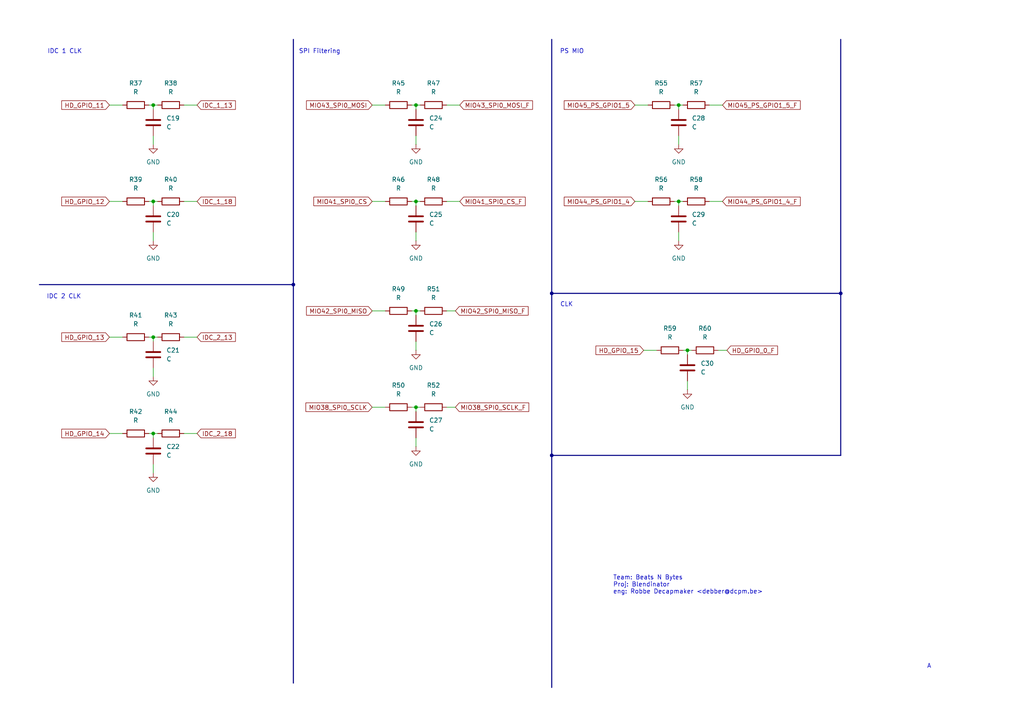
<source format=kicad_sch>
(kicad_sch (version 20231120) (generator "eeschema") (generator_version "8.0")
  (paper "A4")
  (lib_symbols
    (symbol "Device:C" (pin_numbers hide) (pin_names (offset 0.254))
      (property "Reference" "C" (at 0.635 2.54 0))
      (property "Value" "C" (at 0.635 -2.54 0))
      (symbol "C_0_1"
        (polyline (pts (xy -2.032 -0.762) (xy 2.032 -0.762)) (stroke (width 0.508)))
        (polyline (pts (xy -2.032 0.762) (xy 2.032 0.762)) (stroke (width 0.508)))
      )
      (symbol "C_1_1"
        (pin passive line (at 0 3.81 270) (length 2.794) (name "~") (number "1"))
        (pin passive line (at 0 -3.81 90) (length 2.794) (name "~") (number "2"))
      )
    )
    (symbol "Device:R" (pin_numbers hide) (pin_names (offset 0))
      (property "Reference" "R" (at 2.032 0 90))
      (property "Value" "R" (at 0 0 90))
      (symbol "R_0_1"
        (rectangle (start -1.016 -2.54) (end 1.016 2.54) (stroke (width 0.254)))
      )
      (symbol "R_1_1"
        (pin passive line (at 0 3.81 270) (length 1.27) (name "~") (number "1"))
        (pin passive line (at 0 -3.81 90) (length 1.27) (name "~") (number "2"))
      )
    )
    (symbol "power:GND" (power) (pin_numbers hide) (pin_names (offset 0) hide)
      (property "Value" "GND" (at 0 -3.81 0))
      (symbol "GND_0_1"
        (polyline (pts (xy 0 0) (xy 0 -1.27) (xy 1.27 -1.27) (xy 0 -2.54) (xy -1.27 -1.27) (xy 0 -1.27)))
      )
      (symbol "GND_1_1"
        (pin power_in line (at 0 0 270) (length 0) (name "~") (number "1"))
      )
    )
  )
  (junction (at 44.45 30.48))
  (junction (at 160.02 85.09))
  (junction (at 196.85 58.42))
  (junction (at 120.65 118.11))
  (junction (at 120.65 30.48))
  (junction (at 243.84 85.09))
  (junction (at 120.65 90.17))
  (junction (at 44.45 125.73))
  (junction (at 120.65 58.42))
  (junction (at 85.09 82.55))
  (junction (at 196.85 30.48))
  (junction (at 199.39 101.6))
  (junction (at 44.45 58.42))
  (junction (at 160.02 132.08))
  (junction (at 44.45 97.79))
  (wire (pts (xy 44.45 134.62) (xy 44.45 137.16)))
  (wire (pts (xy 196.85 30.48) (xy 196.85 31.75)))
  (wire (pts (xy 195.58 58.42) (xy 196.85 58.42)))
  (bus (pts (xy 243.84 11.43) (xy 243.84 85.09)))
  (wire (pts (xy 129.54 90.17) (xy 132.08 90.17)))
  (wire (pts (xy 107.95 118.11) (xy 111.76 118.11)))
  (wire (pts (xy 184.15 58.42) (xy 187.96 58.42)))
  (wire (pts (xy 196.85 30.48) (xy 198.12 30.48)))
  (wire (pts (xy 208.28 101.6) (xy 210.82 101.6)))
  (wire (pts (xy 43.18 97.79) (xy 44.45 97.79)))
  (bus (pts (xy 160.02 132.08) (xy 160.02 199.39)))
  (bus (pts (xy 85.09 82.55) (xy 85.09 198.12)))
  (wire (pts (xy 44.45 67.31) (xy 44.45 69.85)))
  (wire (pts (xy 44.45 97.79) (xy 44.45 99.06)))
  (wire (pts (xy 120.65 90.17) (xy 120.65 91.44)))
  (wire (pts (xy 196.85 39.37) (xy 196.85 41.91)))
  (wire (pts (xy 44.45 58.42) (xy 45.72 58.42)))
  (wire (pts (xy 205.74 58.42) (xy 209.55 58.42)))
  (wire (pts (xy 120.65 39.37) (xy 120.65 41.91)))
  (wire (pts (xy 43.18 125.73) (xy 44.45 125.73)))
  (wire (pts (xy 196.85 67.31) (xy 196.85 69.85)))
  (wire (pts (xy 31.75 125.73) (xy 35.56 125.73)))
  (wire (pts (xy 107.95 30.48) (xy 111.76 30.48)))
  (wire (pts (xy 43.18 30.48) (xy 44.45 30.48)))
  (wire (pts (xy 53.34 125.73) (xy 57.15 125.73)))
  (wire (pts (xy 119.38 118.11) (xy 120.65 118.11)))
  (wire (pts (xy 129.54 58.42) (xy 133.35 58.42)))
  (wire (pts (xy 44.45 97.79) (xy 45.72 97.79)))
  (wire (pts (xy 120.65 90.17) (xy 121.92 90.17)))
  (bus (pts (xy 243.84 85.09) (xy 243.84 132.08)))
  (bus (pts (xy 160.02 85.09) (xy 243.84 85.09)))
  (wire (pts (xy 31.75 97.79) (xy 35.56 97.79)))
  (wire (pts (xy 129.54 118.11) (xy 132.08 118.11)))
  (wire (pts (xy 120.65 58.42) (xy 121.92 58.42)))
  (wire (pts (xy 44.45 30.48) (xy 44.45 31.75)))
  (wire (pts (xy 53.34 97.79) (xy 57.15 97.79)))
  (bus (pts (xy 11.43 82.55) (xy 85.09 82.55)))
  (wire (pts (xy 31.75 58.42) (xy 35.56 58.42)))
  (bus (pts (xy 160.02 85.09) (xy 160.02 132.08)))
  (wire (pts (xy 196.85 58.42) (xy 198.12 58.42)))
  (wire (pts (xy 120.65 67.31) (xy 120.65 69.85)))
  (wire (pts (xy 119.38 58.42) (xy 120.65 58.42)))
  (wire (pts (xy 44.45 125.73) (xy 45.72 125.73)))
  (wire (pts (xy 198.12 101.6) (xy 199.39 101.6)))
  (wire (pts (xy 195.58 30.48) (xy 196.85 30.48)))
  (wire (pts (xy 120.65 99.06) (xy 120.65 101.6)))
  (wire (pts (xy 199.39 110.49) (xy 199.39 113.03)))
  (wire (pts (xy 107.95 58.42) (xy 111.76 58.42)))
  (wire (pts (xy 120.65 58.42) (xy 120.65 59.69)))
  (wire (pts (xy 120.65 118.11) (xy 121.92 118.11)))
  (wire (pts (xy 44.45 39.37) (xy 44.45 41.91)))
  (wire (pts (xy 199.39 101.6) (xy 199.39 102.87)))
  (wire (pts (xy 120.65 127) (xy 120.65 129.54)))
  (wire (pts (xy 184.15 30.48) (xy 187.96 30.48)))
  (wire (pts (xy 53.34 58.42) (xy 57.15 58.42)))
  (wire (pts (xy 120.65 118.11) (xy 120.65 119.38)))
  (wire (pts (xy 120.65 30.48) (xy 120.65 31.75)))
  (wire (pts (xy 199.39 101.6) (xy 200.66 101.6)))
  (bus (pts (xy 160.02 11.43) (xy 160.02 85.09)))
  (wire (pts (xy 186.69 101.6) (xy 190.5 101.6)))
  (wire (pts (xy 44.45 58.42) (xy 44.45 59.69)))
  (wire (pts (xy 31.75 30.48) (xy 35.56 30.48)))
  (wire (pts (xy 196.85 58.42) (xy 196.85 59.69)))
  (wire (pts (xy 119.38 30.48) (xy 120.65 30.48)))
  (wire (pts (xy 53.34 30.48) (xy 57.15 30.48)))
  (wire (pts (xy 107.95 90.17) (xy 111.76 90.17)))
  (bus (pts (xy 243.84 132.08) (xy 160.02 132.08)))
  (wire (pts (xy 205.74 30.48) (xy 209.55 30.48)))
  (wire (pts (xy 43.18 58.42) (xy 44.45 58.42)))
  (wire (pts (xy 129.54 30.48) (xy 133.35 30.48)))
  (wire (pts (xy 120.65 30.48) (xy 121.92 30.48)))
  (wire (pts (xy 119.38 90.17) (xy 120.65 90.17)))
  (wire (pts (xy 44.45 30.48) (xy 45.72 30.48)))
  (wire (pts (xy 44.45 106.68) (xy 44.45 109.22)))
  (bus (pts (xy 85.09 11.43) (xy 85.09 82.55)))
  (wire (pts (xy 44.45 125.73) (xy 44.45 127)))
  (text "IDC 1 CLK" (at 18.796 14.986 0) (effects (font (size 1.27 1.27))))
  (text "PS MIO " (at 166.37 14.986 0) (effects (font (size 1.27 1.27))))
  (text "IDC 2 CLK" (at 18.542 86.106 0) (effects (font (size 1.27 1.27))))
  (text "A" (at 269.494 193.294 0) (effects (font (size 1.27 1.27))))
  (text "Team: Beats N Bytes\nProj: Blendinator\neng: Robbe Decapmaker <debber@dcpm.be>" (at 177.8 169.672 0) (effects (font (size 1.27 1.27)) (justify left)))
  (text "CLK" (at 164.338 88.392 0) (effects (font (size 1.27 1.27))))
  (text "SPI Filtering" (at 92.71 14.986 0) (effects (font (size 1.27 1.27))))
  (global_label "HD_GPIO_13" (shape input) (at 31.75 97.79 180) (property "Intersheetrefs" "${INTERSHEET_REFS}" (effects (hide yes))))
  (global_label "MIO41_SPI0_CS_F" (shape input) (at 133.35 58.42 0) (property "Intersheetrefs" "${INTERSHEET_REFS}" (effects (hide yes))))
  (global_label "IDC_2_13" (shape input) (at 57.15 97.79 0) (property "Intersheetrefs" "${INTERSHEET_REFS}" (effects (hide yes))))
  (global_label "HD_GPIO_14" (shape input) (at 31.75 125.73 180) (property "Intersheetrefs" "${INTERSHEET_REFS}" (effects (hide yes))))
  (global_label "MIO42_SPI0_MISO" (shape input) (at 107.95 90.17 180) (property "Intersheetrefs" "${INTERSHEET_REFS}" (effects (hide yes))))
  (global_label "IDC_2_18" (shape input) (at 57.15 125.73 0) (property "Intersheetrefs" "${INTERSHEET_REFS}" (effects (hide yes))))
  (global_label "MIO43_SPI0_MOSI" (shape input) (at 107.95 30.48 180) (property "Intersheetrefs" "${INTERSHEET_REFS}" (effects (hide yes))))
  (global_label "MIO38_SPI0_SCLK" (shape input) (at 107.95 118.11 180) (property "Intersheetrefs" "${INTERSHEET_REFS}" (effects (hide yes))))
  (global_label "MIO38_SPI0_SCLK_F" (shape input) (at 132.08 118.11 0) (property "Intersheetrefs" "${INTERSHEET_REFS}" (effects (hide yes))))
  (global_label "HD_GPIO_12" (shape input) (at 31.75 58.42 180) (property "Intersheetrefs" "${INTERSHEET_REFS}" (effects (hide yes))))
  (global_label "MIO45_PS_GPIO1_5_F" (shape input) (at 209.55 30.48 0) (property "Intersheetrefs" "${INTERSHEET_REFS}" (effects (hide yes))))
  (global_label "MIO43_SPI0_MOSI_F" (shape input) (at 133.35 30.48 0) (property "Intersheetrefs" "${INTERSHEET_REFS}" (effects (hide yes))))
  (global_label "MIO44_PS_GPIO1_4" (shape input) (at 184.15 58.42 180) (property "Intersheetrefs" "${INTERSHEET_REFS}" (effects (hide yes))))
  (global_label "HD_GPIO_11" (shape input) (at 31.75 30.48 180) (property "Intersheetrefs" "${INTERSHEET_REFS}" (effects (hide yes))))
  (global_label "HD_GPIO_15" (shape input) (at 186.69 101.6 180) (property "Intersheetrefs" "${INTERSHEET_REFS}" (effects (hide yes))))
  (global_label "MIO41_SPI0_CS" (shape input) (at 107.95 58.42 180) (property "Intersheetrefs" "${INTERSHEET_REFS}" (effects (hide yes))))
  (global_label "IDC_1_18" (shape input) (at 57.15 58.42 0) (property "Intersheetrefs" "${INTERSHEET_REFS}" (effects (hide yes))))
  (global_label "MIO44_PS_GPIO1_4_F" (shape input) (at 209.55 58.42 0) (property "Intersheetrefs" "${INTERSHEET_REFS}" (effects (hide yes))))
  (global_label "MIO45_PS_GPIO1_5" (shape input) (at 184.15 30.48 180) (property "Intersheetrefs" "${INTERSHEET_REFS}" (effects (hide yes))))
  (global_label "IDC_1_13" (shape input) (at 57.15 30.48 0) (property "Intersheetrefs" "${INTERSHEET_REFS}" (effects (hide yes))))
  (global_label "HD_GPIO_0_F" (shape input) (at 210.82 101.6 0) (property "Intersheetrefs" "${INTERSHEET_REFS}" (effects (hide yes))))
  (global_label "MIO42_SPI0_MISO_F" (shape input) (at 132.08 90.17 0) (property "Intersheetrefs" "${INTERSHEET_REFS}" (effects (hide yes))))
  (symbol (lib_id "power:GND") (at 120.65 101.6 0) (unit 1)
    (property "Reference" "#PWR056" (effects (hide yes)))
    (property "Value" "GND" (at 120.65 106.68 0))
    (property "Description" "Power symbol creates a global label with name \"GND\" , ground" (effects (hide yes)))
  )
  (symbol (lib_id "Device:R") (at 39.37 97.79 90) (unit 1)
    (property "Reference" "R41" (at 39.37 91.44 90))
    (property "Value" "R" (at 39.37 93.98 90))
    (property "Footprint" "Resistor_SMD:R_0805_2012Metric_Pad1.20x1.40mm_HandSolder" (effects (hide yes)))
    (property "Description" "Resistor" (effects (hide yes)))
  )
  (symbol (lib_id "Device:C") (at 120.65 63.5 0) (unit 1)
    (property "Reference" "C25" (at 124.46 62.2299 0) (effects (justify left)))
    (property "Value" "C" (at 124.46 64.7699 0) (effects (justify left)))
    (property "Footprint" "Capacitor_SMD:C_0805_2012Metric_Pad1.18x1.45mm_HandSolder" (effects (hide yes)))
    (property "Description" "Unpolarized capacitor" (effects (hide yes)))
  )
  (symbol (lib_id "Device:R") (at 49.53 97.79 90) (unit 1)
    (property "Reference" "R43" (at 49.53 91.44 90))
    (property "Value" "R" (at 49.53 93.98 90))
    (property "Footprint" "Resistor_SMD:R_0805_2012Metric_Pad1.20x1.40mm_HandSolder" (effects (hide yes)))
    (property "Description" "Resistor" (effects (hide yes)))
  )
  (symbol (lib_id "Device:R") (at 115.57 118.11 90) (unit 1)
    (property "Reference" "R50" (at 115.57 111.76 90))
    (property "Value" "R" (at 115.57 114.3 90))
    (property "Footprint" "Resistor_SMD:R_0805_2012Metric_Pad1.20x1.40mm_HandSolder" (effects (hide yes)))
    (property "Description" "Resistor" (effects (hide yes)))
  )
  (symbol (lib_id "power:GND") (at 196.85 41.91 0) (unit 1)
    (property "Reference" "#PWR058" (effects (hide yes)))
    (property "Value" "GND" (at 196.85 46.99 0))
    (property "Description" "Power symbol creates a global label with name \"GND\" , ground" (effects (hide yes)))
  )
  (symbol (lib_id "Device:C") (at 44.45 130.81 0) (unit 1)
    (property "Reference" "C22" (at 48.26 129.5399 0) (effects (justify left)))
    (property "Value" "C" (at 48.26 132.0799 0) (effects (justify left)))
    (property "Footprint" "Capacitor_SMD:C_0805_2012Metric_Pad1.18x1.45mm_HandSolder" (effects (hide yes)))
    (property "Description" "Unpolarized capacitor" (effects (hide yes)))
  )
  (symbol (lib_id "Device:R") (at 201.93 30.48 90) (unit 1)
    (property "Reference" "R57" (at 201.93 24.13 90))
    (property "Value" "R" (at 201.93 26.67 90))
    (property "Footprint" "Resistor_SMD:R_0805_2012Metric_Pad1.20x1.40mm_HandSolder" (effects (hide yes)))
    (property "Description" "Resistor" (effects (hide yes)))
  )
  (symbol (lib_id "Device:R") (at 125.73 58.42 90) (unit 1)
    (property "Reference" "R48" (at 125.73 52.07 90))
    (property "Value" "R" (at 125.73 54.61 90))
    (property "Footprint" "Resistor_SMD:R_0805_2012Metric_Pad1.20x1.40mm_HandSolder" (effects (hide yes)))
    (property "Description" "Resistor" (effects (hide yes)))
  )
  (symbol (lib_id "power:GND") (at 44.45 41.91 0) (unit 1)
    (property "Reference" "#PWR046" (effects (hide yes)))
    (property "Value" "GND" (at 44.45 46.99 0))
    (property "Description" "Power symbol creates a global label with name \"GND\" , ground" (effects (hide yes)))
  )
  (symbol (lib_id "Device:R") (at 49.53 58.42 90) (unit 1)
    (property "Reference" "R40" (at 49.53 52.07 90))
    (property "Value" "R" (at 49.53 54.61 90))
    (property "Footprint" "Resistor_SMD:R_0805_2012Metric_Pad1.20x1.40mm_HandSolder" (effects (hide yes)))
    (property "Description" "Resistor" (effects (hide yes)))
  )
  (symbol (lib_id "power:GND") (at 120.65 41.91 0) (unit 1)
    (property "Reference" "#PWR054" (effects (hide yes)))
    (property "Value" "GND" (at 120.65 46.99 0))
    (property "Description" "Power symbol creates a global label with name \"GND\" , ground" (effects (hide yes)))
  )
  (symbol (lib_id "Device:R") (at 39.37 58.42 90) (unit 1)
    (property "Reference" "R39" (at 39.37 52.07 90))
    (property "Value" "R" (at 39.37 54.61 90))
    (property "Footprint" "Resistor_SMD:R_0805_2012Metric_Pad1.20x1.40mm_HandSolder" (effects (hide yes)))
    (property "Description" "Resistor" (effects (hide yes)))
  )
  (symbol (lib_id "power:GND") (at 199.39 113.03 0) (unit 1)
    (property "Reference" "#PWR060" (effects (hide yes)))
    (property "Value" "GND" (at 199.39 118.11 0))
    (property "Description" "Power symbol creates a global label with name \"GND\" , ground" (effects (hide yes)))
  )
  (symbol (lib_id "power:GND") (at 120.65 69.85 0) (unit 1)
    (property "Reference" "#PWR055" (effects (hide yes)))
    (property "Value" "GND" (at 120.65 74.93 0))
    (property "Description" "Power symbol creates a global label with name \"GND\" , ground" (effects (hide yes)))
  )
  (symbol (lib_id "Device:R") (at 39.37 125.73 90) (unit 1)
    (property "Reference" "R42" (at 39.37 119.38 90))
    (property "Value" "R" (at 39.37 121.92 90))
    (property "Footprint" "Resistor_SMD:R_0805_2012Metric_Pad1.20x1.40mm_HandSolder" (effects (hide yes)))
    (property "Description" "Resistor" (effects (hide yes)))
  )
  (symbol (lib_id "power:GND") (at 44.45 69.85 0) (unit 1)
    (property "Reference" "#PWR047" (effects (hide yes)))
    (property "Value" "GND" (at 44.45 74.93 0))
    (property "Description" "Power symbol creates a global label with name \"GND\" , ground" (effects (hide yes)))
  )
  (symbol (lib_id "Device:R") (at 49.53 125.73 90) (unit 1)
    (property "Reference" "R44" (at 49.53 119.38 90))
    (property "Value" "R" (at 49.53 121.92 90))
    (property "Footprint" "Resistor_SMD:R_0805_2012Metric_Pad1.20x1.40mm_HandSolder" (effects (hide yes)))
    (property "Description" "Resistor" (effects (hide yes)))
  )
  (symbol (lib_id "power:GND") (at 196.85 69.85 0) (unit 1)
    (property "Reference" "#PWR059" (effects (hide yes)))
    (property "Value" "GND" (at 196.85 74.93 0))
    (property "Description" "Power symbol creates a global label with name \"GND\" , ground" (effects (hide yes)))
  )
  (symbol (lib_id "Device:R") (at 125.73 30.48 90) (unit 1)
    (property "Reference" "R47" (at 125.73 24.13 90))
    (property "Value" "R" (at 125.73 26.67 90))
    (property "Footprint" "Resistor_SMD:R_0805_2012Metric_Pad1.20x1.40mm_HandSolder" (effects (hide yes)))
    (property "Description" "Resistor" (effects (hide yes)))
  )
  (symbol (lib_id "Device:R") (at 115.57 90.17 90) (unit 1)
    (property "Reference" "R49" (at 115.57 83.82 90))
    (property "Value" "R" (at 115.57 86.36 90))
    (property "Footprint" "Resistor_SMD:R_0805_2012Metric_Pad1.20x1.40mm_HandSolder" (effects (hide yes)))
    (property "Description" "Resistor" (effects (hide yes)))
  )
  (symbol (lib_id "power:GND") (at 120.65 129.54 0) (unit 1)
    (property "Reference" "#PWR057" (effects (hide yes)))
    (property "Value" "GND" (at 120.65 134.62 0))
    (property "Description" "Power symbol creates a global label with name \"GND\" , ground" (effects (hide yes)))
  )
  (symbol (lib_id "Device:R") (at 191.77 30.48 90) (unit 1)
    (property "Reference" "R55" (at 191.77 24.13 90))
    (property "Value" "R" (at 191.77 26.67 90))
    (property "Footprint" "Resistor_SMD:R_0805_2012Metric_Pad1.20x1.40mm_HandSolder" (effects (hide yes)))
    (property "Description" "Resistor" (effects (hide yes)))
  )
  (symbol (lib_id "Device:C") (at 120.65 123.19 0) (unit 1)
    (property "Reference" "C27" (at 124.46 121.9199 0) (effects (justify left)))
    (property "Value" "C" (at 124.46 124.4599 0) (effects (justify left)))
    (property "Footprint" "Capacitor_SMD:C_0805_2012Metric_Pad1.18x1.45mm_HandSolder" (effects (hide yes)))
    (property "Description" "Unpolarized capacitor" (effects (hide yes)))
  )
  (symbol (lib_id "Device:C") (at 44.45 102.87 0) (unit 1)
    (property "Reference" "C21" (at 48.26 101.5999 0) (effects (justify left)))
    (property "Value" "C" (at 48.26 104.1399 0) (effects (justify left)))
    (property "Footprint" "Capacitor_SMD:C_0805_2012Metric_Pad1.18x1.45mm_HandSolder" (effects (hide yes)))
    (property "Description" "Unpolarized capacitor" (effects (hide yes)))
  )
  (symbol (lib_id "Device:C") (at 199.39 106.68 0) (unit 1)
    (property "Reference" "C30" (at 203.2 105.4099 0) (effects (justify left)))
    (property "Value" "C" (at 203.2 107.9499 0) (effects (justify left)))
    (property "Footprint" "Capacitor_SMD:C_0805_2012Metric_Pad1.18x1.45mm_HandSolder" (effects (hide yes)))
    (property "Description" "Unpolarized capacitor" (effects (hide yes)))
  )
  (symbol (lib_id "Device:R") (at 115.57 58.42 90) (unit 1)
    (property "Reference" "R46" (at 115.57 52.07 90))
    (property "Value" "R" (at 115.57 54.61 90))
    (property "Footprint" "Resistor_SMD:R_0805_2012Metric_Pad1.20x1.40mm_HandSolder" (effects (hide yes)))
    (property "Description" "Resistor" (effects (hide yes)))
  )
  (symbol (lib_id "Device:R") (at 201.93 58.42 90) (unit 1)
    (property "Reference" "R58" (at 201.93 52.07 90))
    (property "Value" "R" (at 201.93 54.61 90))
    (property "Footprint" "Resistor_SMD:R_0805_2012Metric_Pad1.20x1.40mm_HandSolder" (effects (hide yes)))
    (property "Description" "Resistor" (effects (hide yes)))
  )
  (symbol (lib_id "Device:C") (at 120.65 35.56 0) (unit 1)
    (property "Reference" "C24" (at 124.46 34.2899 0) (effects (justify left)))
    (property "Value" "C" (at 124.46 36.8299 0) (effects (justify left)))
    (property "Footprint" "Capacitor_SMD:C_0805_2012Metric_Pad1.18x1.45mm_HandSolder" (effects (hide yes)))
    (property "Description" "Unpolarized capacitor" (effects (hide yes)))
  )
  (symbol (lib_id "Device:C") (at 196.85 35.56 0) (unit 1)
    (property "Reference" "C28" (at 200.66 34.2899 0) (effects (justify left)))
    (property "Value" "C" (at 200.66 36.8299 0) (effects (justify left)))
    (property "Footprint" "Capacitor_SMD:C_0805_2012Metric_Pad1.18x1.45mm_HandSolder" (effects (hide yes)))
    (property "Description" "Unpolarized capacitor" (effects (hide yes)))
  )
  (symbol (lib_id "Device:C") (at 44.45 35.56 0) (unit 1)
    (property "Reference" "C19" (at 48.26 34.2899 0) (effects (justify left)))
    (property "Value" "C" (at 48.26 36.8299 0) (effects (justify left)))
    (property "Footprint" "Capacitor_SMD:C_0805_2012Metric_Pad1.18x1.45mm_HandSolder" (effects (hide yes)))
    (property "Description" "Unpolarized capacitor" (effects (hide yes)))
  )
  (symbol (lib_id "power:GND") (at 44.45 137.16 0) (unit 1)
    (property "Reference" "#PWR049" (effects (hide yes)))
    (property "Value" "GND" (at 44.45 142.24 0))
    (property "Description" "Power symbol creates a global label with name \"GND\" , ground" (effects (hide yes)))
  )
  (symbol (lib_id "Device:C") (at 196.85 63.5 0) (unit 1)
    (property "Reference" "C29" (at 200.66 62.2299 0) (effects (justify left)))
    (property "Value" "C" (at 200.66 64.7699 0) (effects (justify left)))
    (property "Footprint" "Capacitor_SMD:C_0805_2012Metric_Pad1.18x1.45mm_HandSolder" (effects (hide yes)))
    (property "Description" "Unpolarized capacitor" (effects (hide yes)))
  )
  (symbol (lib_id "power:GND") (at 44.45 109.22 0) (unit 1)
    (property "Reference" "#PWR048" (effects (hide yes)))
    (property "Value" "GND" (at 44.45 114.3 0))
    (property "Description" "Power symbol creates a global label with name \"GND\" , ground" (effects (hide yes)))
  )
  (symbol (lib_id "Device:R") (at 204.47 101.6 90) (unit 1)
    (property "Reference" "R60" (at 204.47 95.25 90))
    (property "Value" "R" (at 204.47 97.79 90))
    (property "Footprint" "Resistor_SMD:R_0805_2012Metric_Pad1.20x1.40mm_HandSolder" (effects (hide yes)))
    (property "Description" "Resistor" (effects (hide yes)))
  )
  (symbol (lib_id "Device:R") (at 125.73 90.17 90) (unit 1)
    (property "Reference" "R51" (at 125.73 83.82 90))
    (property "Value" "R" (at 125.73 86.36 90))
    (property "Footprint" "Resistor_SMD:R_0805_2012Metric_Pad1.20x1.40mm_HandSolder" (effects (hide yes)))
    (property "Description" "Resistor" (effects (hide yes)))
  )
  (symbol (lib_id "Device:R") (at 125.73 118.11 90) (unit 1)
    (property "Reference" "R52" (at 125.73 111.76 90))
    (property "Value" "R" (at 125.73 114.3 90))
    (property "Footprint" "Resistor_SMD:R_0805_2012Metric_Pad1.20x1.40mm_HandSolder" (effects (hide yes)))
    (property "Description" "Resistor" (effects (hide yes)))
  )
  (symbol (lib_id "Device:R") (at 49.53 30.48 90) (unit 1)
    (property "Reference" "R38" (at 49.53 24.13 90))
    (property "Value" "R" (at 49.53 26.67 90))
    (property "Footprint" "Resistor_SMD:R_0805_2012Metric_Pad1.20x1.40mm_HandSolder" (effects (hide yes)))
    (property "Description" "Resistor" (effects (hide yes)))
  )
  (symbol (lib_id "Device:R") (at 115.57 30.48 90) (unit 1)
    (property "Reference" "R45" (at 115.57 24.13 90))
    (property "Value" "R" (at 115.57 26.67 90))
    (property "Footprint" "Resistor_SMD:R_0805_2012Metric_Pad1.20x1.40mm_HandSolder" (effects (hide yes)))
    (property "Description" "Resistor" (effects (hide yes)))
  )
  (symbol (lib_id "Device:C") (at 120.65 95.25 0) (unit 1)
    (property "Reference" "C26" (at 124.46 93.9799 0) (effects (justify left)))
    (property "Value" "C" (at 124.46 96.5199 0) (effects (justify left)))
    (property "Footprint" "Capacitor_SMD:C_0805_2012Metric_Pad1.18x1.45mm_HandSolder" (effects (hide yes)))
    (property "Description" "Unpolarized capacitor" (effects (hide yes)))
  )
  (symbol (lib_id "Device:C") (at 44.45 63.5 0) (unit 1)
    (property "Reference" "C20" (at 48.26 62.2299 0) (effects (justify left)))
    (property "Value" "C" (at 48.26 64.7699 0) (effects (justify left)))
    (property "Footprint" "Capacitor_SMD:C_0805_2012Metric_Pad1.18x1.45mm_HandSolder" (effects (hide yes)))
    (property "Description" "Unpolarized capacitor" (effects (hide yes)))
  )
  (symbol (lib_id "Device:R") (at 194.31 101.6 90) (unit 1)
    (property "Reference" "R59" (at 194.31 95.25 90))
    (property "Value" "R" (at 194.31 97.79 90))
    (property "Footprint" "Resistor_SMD:R_0805_2012Metric_Pad1.20x1.40mm_HandSolder" (effects (hide yes)))
    (property "Description" "Resistor" (effects (hide yes)))
  )
  (symbol (lib_id "Device:R") (at 191.77 58.42 90) (unit 1)
    (property "Reference" "R56" (at 191.77 52.07 90))
    (property "Value" "R" (at 191.77 54.61 90))
    (property "Footprint" "Resistor_SMD:R_0805_2012Metric_Pad1.20x1.40mm_HandSolder" (effects (hide yes)))
    (property "Description" "Resistor" (effects (hide yes)))
  )
  (symbol (lib_id "Device:R") (at 39.37 30.48 90) (unit 1)
    (property "Reference" "R37" (at 39.37 24.13 90))
    (property "Value" "R" (at 39.37 26.67 90))
    (property "Footprint" "Resistor_SMD:R_0805_2012Metric_Pad1.20x1.40mm_HandSolder" (effects (hide yes)))
    (property "Description" "Resistor" (effects (hide yes)))
  )
)
</source>
